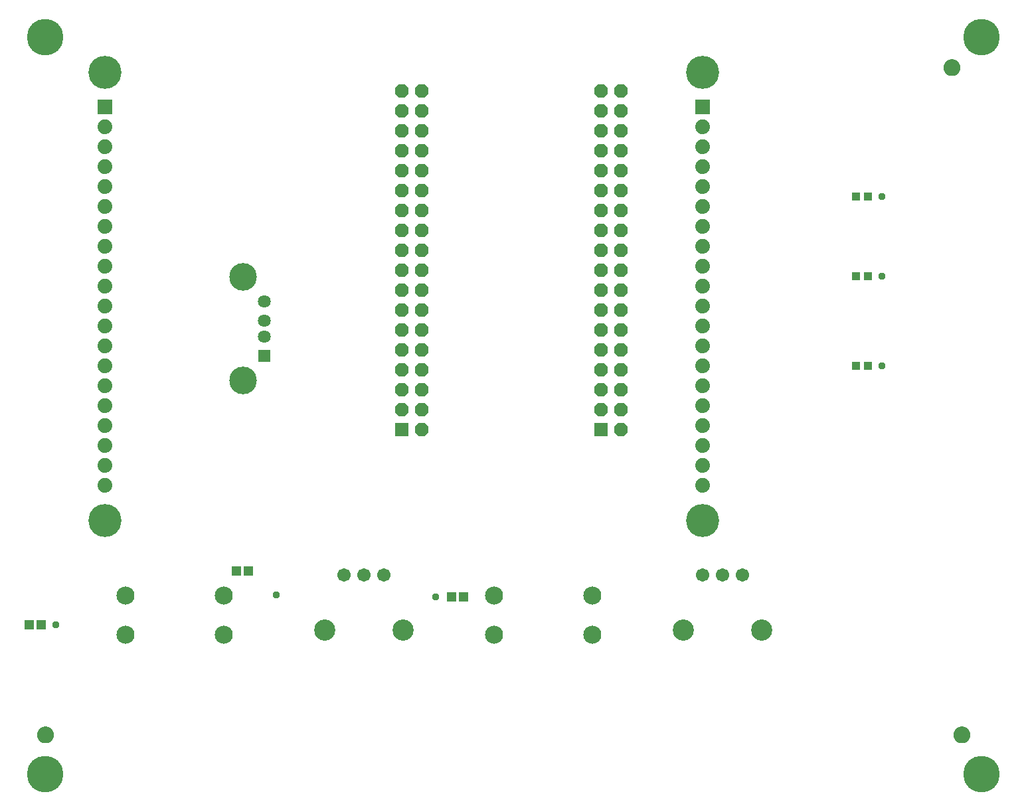
<source format=gbr>
G04 EAGLE Gerber RS-274X export*
G75*
%MOMM*%
%FSLAX34Y34*%
%LPD*%
%INSoldermask Top*%
%IPPOS*%
%AMOC8*
5,1,8,0,0,1.08239X$1,22.5*%
G01*
%ADD10R,1.727200X1.727200*%
%ADD11P,1.869504X8X112.500000*%
%ADD12R,1.879600X1.879600*%
%ADD13C,1.879600*%
%ADD14C,4.219200*%
%ADD15R,1.003200X1.003200*%
%ADD16R,1.631200X1.631200*%
%ADD17C,1.631200*%
%ADD18C,3.519200*%
%ADD19C,1.711200*%
%ADD20C,2.703200*%
%ADD21R,1.153159X1.234441*%
%ADD22C,2.303200*%
%ADD23C,0.609600*%
%ADD24C,1.219200*%
%ADD25C,4.648200*%
%ADD26C,0.959600*%


D10*
X492500Y478200D03*
D11*
X517900Y478200D03*
X492500Y503600D03*
X517900Y503600D03*
X492500Y529000D03*
X517900Y529000D03*
X492500Y554400D03*
X517900Y554400D03*
X492500Y579800D03*
X517900Y579800D03*
X492500Y605200D03*
X517900Y605200D03*
X492500Y630600D03*
X517900Y630600D03*
X492500Y656000D03*
X517900Y656000D03*
X492500Y681400D03*
X517900Y681400D03*
X492500Y706800D03*
X517900Y706800D03*
X492500Y732200D03*
X517900Y732200D03*
X492500Y757600D03*
X517900Y757600D03*
X492500Y783000D03*
X517900Y783000D03*
X492500Y808400D03*
X517900Y808400D03*
X492500Y833800D03*
X517900Y833800D03*
X492500Y859200D03*
X517900Y859200D03*
X492500Y884600D03*
X517900Y884600D03*
X492500Y910000D03*
X517900Y910000D03*
D10*
X746500Y478200D03*
D11*
X771900Y478200D03*
X746500Y503600D03*
X771900Y503600D03*
X746500Y529000D03*
X771900Y529000D03*
X746500Y554400D03*
X771900Y554400D03*
X746500Y579800D03*
X771900Y579800D03*
X746500Y605200D03*
X771900Y605200D03*
X746500Y630600D03*
X771900Y630600D03*
X746500Y656000D03*
X771900Y656000D03*
X746500Y681400D03*
X771900Y681400D03*
X746500Y706800D03*
X771900Y706800D03*
X746500Y732200D03*
X771900Y732200D03*
X746500Y757600D03*
X771900Y757600D03*
X746500Y783000D03*
X771900Y783000D03*
X746500Y808400D03*
X771900Y808400D03*
X746500Y833800D03*
X771900Y833800D03*
X746500Y859200D03*
X771900Y859200D03*
X746500Y884600D03*
X771900Y884600D03*
X746500Y910000D03*
X771900Y910000D03*
D12*
X876300Y889000D03*
D13*
X876300Y863600D03*
X876300Y838200D03*
X876300Y812800D03*
X876300Y787400D03*
X876300Y762000D03*
X876300Y736600D03*
X876300Y711200D03*
X876300Y685800D03*
X876300Y660400D03*
X876300Y635000D03*
X876300Y609600D03*
X876300Y584200D03*
X876300Y558800D03*
X876300Y533400D03*
X876300Y508000D03*
X876300Y482600D03*
X876300Y457200D03*
X876300Y431800D03*
X876300Y406400D03*
D12*
X114300Y889000D03*
D13*
X114300Y863600D03*
X114300Y838200D03*
X114300Y812800D03*
X114300Y787400D03*
X114300Y762000D03*
X114300Y736600D03*
X114300Y711200D03*
X114300Y685800D03*
X114300Y660400D03*
X114300Y635000D03*
X114300Y609600D03*
X114300Y584200D03*
X114300Y558800D03*
X114300Y533400D03*
X114300Y508000D03*
X114300Y482600D03*
X114300Y457200D03*
X114300Y431800D03*
X114300Y406400D03*
D14*
X114300Y933450D03*
X114300Y361950D03*
X876300Y933450D03*
X876300Y361950D03*
D15*
X1072000Y558800D03*
X1087000Y558800D03*
X1072000Y774700D03*
X1087000Y774700D03*
X1072000Y673100D03*
X1087000Y673100D03*
D16*
X317500Y571500D03*
D17*
X317500Y596500D03*
X317500Y616500D03*
X317500Y641500D03*
D18*
X290400Y540800D03*
X290400Y672200D03*
D19*
X469500Y292100D03*
X444500Y292100D03*
X419500Y292100D03*
D20*
X494500Y222100D03*
X394500Y222100D03*
D19*
X926700Y292100D03*
X901700Y292100D03*
X876700Y292100D03*
D20*
X951700Y222100D03*
X851700Y222100D03*
D21*
X555879Y264160D03*
X571881Y264160D03*
X297561Y297180D03*
X281559Y297180D03*
D22*
X735600Y266300D03*
X735600Y216300D03*
X610600Y216300D03*
X610600Y266300D03*
X265700Y266300D03*
X265700Y216300D03*
X140700Y216300D03*
X140700Y266300D03*
D23*
X30480Y88900D02*
X30482Y89087D01*
X30489Y89274D01*
X30501Y89461D01*
X30517Y89647D01*
X30537Y89833D01*
X30562Y90018D01*
X30592Y90203D01*
X30626Y90387D01*
X30665Y90570D01*
X30708Y90752D01*
X30756Y90932D01*
X30808Y91112D01*
X30865Y91290D01*
X30925Y91467D01*
X30991Y91642D01*
X31060Y91816D01*
X31134Y91988D01*
X31212Y92158D01*
X31294Y92326D01*
X31380Y92492D01*
X31470Y92656D01*
X31564Y92817D01*
X31662Y92977D01*
X31764Y93133D01*
X31870Y93288D01*
X31980Y93439D01*
X32093Y93588D01*
X32210Y93734D01*
X32330Y93877D01*
X32454Y94017D01*
X32581Y94154D01*
X32712Y94288D01*
X32846Y94419D01*
X32983Y94546D01*
X33123Y94670D01*
X33266Y94790D01*
X33412Y94907D01*
X33561Y95020D01*
X33712Y95130D01*
X33867Y95236D01*
X34023Y95338D01*
X34183Y95436D01*
X34344Y95530D01*
X34508Y95620D01*
X34674Y95706D01*
X34842Y95788D01*
X35012Y95866D01*
X35184Y95940D01*
X35358Y96009D01*
X35533Y96075D01*
X35710Y96135D01*
X35888Y96192D01*
X36068Y96244D01*
X36248Y96292D01*
X36430Y96335D01*
X36613Y96374D01*
X36797Y96408D01*
X36982Y96438D01*
X37167Y96463D01*
X37353Y96483D01*
X37539Y96499D01*
X37726Y96511D01*
X37913Y96518D01*
X38100Y96520D01*
X38287Y96518D01*
X38474Y96511D01*
X38661Y96499D01*
X38847Y96483D01*
X39033Y96463D01*
X39218Y96438D01*
X39403Y96408D01*
X39587Y96374D01*
X39770Y96335D01*
X39952Y96292D01*
X40132Y96244D01*
X40312Y96192D01*
X40490Y96135D01*
X40667Y96075D01*
X40842Y96009D01*
X41016Y95940D01*
X41188Y95866D01*
X41358Y95788D01*
X41526Y95706D01*
X41692Y95620D01*
X41856Y95530D01*
X42017Y95436D01*
X42177Y95338D01*
X42333Y95236D01*
X42488Y95130D01*
X42639Y95020D01*
X42788Y94907D01*
X42934Y94790D01*
X43077Y94670D01*
X43217Y94546D01*
X43354Y94419D01*
X43488Y94288D01*
X43619Y94154D01*
X43746Y94017D01*
X43870Y93877D01*
X43990Y93734D01*
X44107Y93588D01*
X44220Y93439D01*
X44330Y93288D01*
X44436Y93133D01*
X44538Y92977D01*
X44636Y92817D01*
X44730Y92656D01*
X44820Y92492D01*
X44906Y92326D01*
X44988Y92158D01*
X45066Y91988D01*
X45140Y91816D01*
X45209Y91642D01*
X45275Y91467D01*
X45335Y91290D01*
X45392Y91112D01*
X45444Y90932D01*
X45492Y90752D01*
X45535Y90570D01*
X45574Y90387D01*
X45608Y90203D01*
X45638Y90018D01*
X45663Y89833D01*
X45683Y89647D01*
X45699Y89461D01*
X45711Y89274D01*
X45718Y89087D01*
X45720Y88900D01*
X45718Y88713D01*
X45711Y88526D01*
X45699Y88339D01*
X45683Y88153D01*
X45663Y87967D01*
X45638Y87782D01*
X45608Y87597D01*
X45574Y87413D01*
X45535Y87230D01*
X45492Y87048D01*
X45444Y86868D01*
X45392Y86688D01*
X45335Y86510D01*
X45275Y86333D01*
X45209Y86158D01*
X45140Y85984D01*
X45066Y85812D01*
X44988Y85642D01*
X44906Y85474D01*
X44820Y85308D01*
X44730Y85144D01*
X44636Y84983D01*
X44538Y84823D01*
X44436Y84667D01*
X44330Y84512D01*
X44220Y84361D01*
X44107Y84212D01*
X43990Y84066D01*
X43870Y83923D01*
X43746Y83783D01*
X43619Y83646D01*
X43488Y83512D01*
X43354Y83381D01*
X43217Y83254D01*
X43077Y83130D01*
X42934Y83010D01*
X42788Y82893D01*
X42639Y82780D01*
X42488Y82670D01*
X42333Y82564D01*
X42177Y82462D01*
X42017Y82364D01*
X41856Y82270D01*
X41692Y82180D01*
X41526Y82094D01*
X41358Y82012D01*
X41188Y81934D01*
X41016Y81860D01*
X40842Y81791D01*
X40667Y81725D01*
X40490Y81665D01*
X40312Y81608D01*
X40132Y81556D01*
X39952Y81508D01*
X39770Y81465D01*
X39587Y81426D01*
X39403Y81392D01*
X39218Y81362D01*
X39033Y81337D01*
X38847Y81317D01*
X38661Y81301D01*
X38474Y81289D01*
X38287Y81282D01*
X38100Y81280D01*
X37913Y81282D01*
X37726Y81289D01*
X37539Y81301D01*
X37353Y81317D01*
X37167Y81337D01*
X36982Y81362D01*
X36797Y81392D01*
X36613Y81426D01*
X36430Y81465D01*
X36248Y81508D01*
X36068Y81556D01*
X35888Y81608D01*
X35710Y81665D01*
X35533Y81725D01*
X35358Y81791D01*
X35184Y81860D01*
X35012Y81934D01*
X34842Y82012D01*
X34674Y82094D01*
X34508Y82180D01*
X34344Y82270D01*
X34183Y82364D01*
X34023Y82462D01*
X33867Y82564D01*
X33712Y82670D01*
X33561Y82780D01*
X33412Y82893D01*
X33266Y83010D01*
X33123Y83130D01*
X32983Y83254D01*
X32846Y83381D01*
X32712Y83512D01*
X32581Y83646D01*
X32454Y83783D01*
X32330Y83923D01*
X32210Y84066D01*
X32093Y84212D01*
X31980Y84361D01*
X31870Y84512D01*
X31764Y84667D01*
X31662Y84823D01*
X31564Y84983D01*
X31470Y85144D01*
X31380Y85308D01*
X31294Y85474D01*
X31212Y85642D01*
X31134Y85812D01*
X31060Y85984D01*
X30991Y86158D01*
X30925Y86333D01*
X30865Y86510D01*
X30808Y86688D01*
X30756Y86868D01*
X30708Y87048D01*
X30665Y87230D01*
X30626Y87413D01*
X30592Y87597D01*
X30562Y87782D01*
X30537Y87967D01*
X30517Y88153D01*
X30501Y88339D01*
X30489Y88526D01*
X30482Y88713D01*
X30480Y88900D01*
D24*
X38100Y88900D03*
D23*
X1186180Y939800D02*
X1186182Y939987D01*
X1186189Y940174D01*
X1186201Y940361D01*
X1186217Y940547D01*
X1186237Y940733D01*
X1186262Y940918D01*
X1186292Y941103D01*
X1186326Y941287D01*
X1186365Y941470D01*
X1186408Y941652D01*
X1186456Y941832D01*
X1186508Y942012D01*
X1186565Y942190D01*
X1186625Y942367D01*
X1186691Y942542D01*
X1186760Y942716D01*
X1186834Y942888D01*
X1186912Y943058D01*
X1186994Y943226D01*
X1187080Y943392D01*
X1187170Y943556D01*
X1187264Y943717D01*
X1187362Y943877D01*
X1187464Y944033D01*
X1187570Y944188D01*
X1187680Y944339D01*
X1187793Y944488D01*
X1187910Y944634D01*
X1188030Y944777D01*
X1188154Y944917D01*
X1188281Y945054D01*
X1188412Y945188D01*
X1188546Y945319D01*
X1188683Y945446D01*
X1188823Y945570D01*
X1188966Y945690D01*
X1189112Y945807D01*
X1189261Y945920D01*
X1189412Y946030D01*
X1189567Y946136D01*
X1189723Y946238D01*
X1189883Y946336D01*
X1190044Y946430D01*
X1190208Y946520D01*
X1190374Y946606D01*
X1190542Y946688D01*
X1190712Y946766D01*
X1190884Y946840D01*
X1191058Y946909D01*
X1191233Y946975D01*
X1191410Y947035D01*
X1191588Y947092D01*
X1191768Y947144D01*
X1191948Y947192D01*
X1192130Y947235D01*
X1192313Y947274D01*
X1192497Y947308D01*
X1192682Y947338D01*
X1192867Y947363D01*
X1193053Y947383D01*
X1193239Y947399D01*
X1193426Y947411D01*
X1193613Y947418D01*
X1193800Y947420D01*
X1193987Y947418D01*
X1194174Y947411D01*
X1194361Y947399D01*
X1194547Y947383D01*
X1194733Y947363D01*
X1194918Y947338D01*
X1195103Y947308D01*
X1195287Y947274D01*
X1195470Y947235D01*
X1195652Y947192D01*
X1195832Y947144D01*
X1196012Y947092D01*
X1196190Y947035D01*
X1196367Y946975D01*
X1196542Y946909D01*
X1196716Y946840D01*
X1196888Y946766D01*
X1197058Y946688D01*
X1197226Y946606D01*
X1197392Y946520D01*
X1197556Y946430D01*
X1197717Y946336D01*
X1197877Y946238D01*
X1198033Y946136D01*
X1198188Y946030D01*
X1198339Y945920D01*
X1198488Y945807D01*
X1198634Y945690D01*
X1198777Y945570D01*
X1198917Y945446D01*
X1199054Y945319D01*
X1199188Y945188D01*
X1199319Y945054D01*
X1199446Y944917D01*
X1199570Y944777D01*
X1199690Y944634D01*
X1199807Y944488D01*
X1199920Y944339D01*
X1200030Y944188D01*
X1200136Y944033D01*
X1200238Y943877D01*
X1200336Y943717D01*
X1200430Y943556D01*
X1200520Y943392D01*
X1200606Y943226D01*
X1200688Y943058D01*
X1200766Y942888D01*
X1200840Y942716D01*
X1200909Y942542D01*
X1200975Y942367D01*
X1201035Y942190D01*
X1201092Y942012D01*
X1201144Y941832D01*
X1201192Y941652D01*
X1201235Y941470D01*
X1201274Y941287D01*
X1201308Y941103D01*
X1201338Y940918D01*
X1201363Y940733D01*
X1201383Y940547D01*
X1201399Y940361D01*
X1201411Y940174D01*
X1201418Y939987D01*
X1201420Y939800D01*
X1201418Y939613D01*
X1201411Y939426D01*
X1201399Y939239D01*
X1201383Y939053D01*
X1201363Y938867D01*
X1201338Y938682D01*
X1201308Y938497D01*
X1201274Y938313D01*
X1201235Y938130D01*
X1201192Y937948D01*
X1201144Y937768D01*
X1201092Y937588D01*
X1201035Y937410D01*
X1200975Y937233D01*
X1200909Y937058D01*
X1200840Y936884D01*
X1200766Y936712D01*
X1200688Y936542D01*
X1200606Y936374D01*
X1200520Y936208D01*
X1200430Y936044D01*
X1200336Y935883D01*
X1200238Y935723D01*
X1200136Y935567D01*
X1200030Y935412D01*
X1199920Y935261D01*
X1199807Y935112D01*
X1199690Y934966D01*
X1199570Y934823D01*
X1199446Y934683D01*
X1199319Y934546D01*
X1199188Y934412D01*
X1199054Y934281D01*
X1198917Y934154D01*
X1198777Y934030D01*
X1198634Y933910D01*
X1198488Y933793D01*
X1198339Y933680D01*
X1198188Y933570D01*
X1198033Y933464D01*
X1197877Y933362D01*
X1197717Y933264D01*
X1197556Y933170D01*
X1197392Y933080D01*
X1197226Y932994D01*
X1197058Y932912D01*
X1196888Y932834D01*
X1196716Y932760D01*
X1196542Y932691D01*
X1196367Y932625D01*
X1196190Y932565D01*
X1196012Y932508D01*
X1195832Y932456D01*
X1195652Y932408D01*
X1195470Y932365D01*
X1195287Y932326D01*
X1195103Y932292D01*
X1194918Y932262D01*
X1194733Y932237D01*
X1194547Y932217D01*
X1194361Y932201D01*
X1194174Y932189D01*
X1193987Y932182D01*
X1193800Y932180D01*
X1193613Y932182D01*
X1193426Y932189D01*
X1193239Y932201D01*
X1193053Y932217D01*
X1192867Y932237D01*
X1192682Y932262D01*
X1192497Y932292D01*
X1192313Y932326D01*
X1192130Y932365D01*
X1191948Y932408D01*
X1191768Y932456D01*
X1191588Y932508D01*
X1191410Y932565D01*
X1191233Y932625D01*
X1191058Y932691D01*
X1190884Y932760D01*
X1190712Y932834D01*
X1190542Y932912D01*
X1190374Y932994D01*
X1190208Y933080D01*
X1190044Y933170D01*
X1189883Y933264D01*
X1189723Y933362D01*
X1189567Y933464D01*
X1189412Y933570D01*
X1189261Y933680D01*
X1189112Y933793D01*
X1188966Y933910D01*
X1188823Y934030D01*
X1188683Y934154D01*
X1188546Y934281D01*
X1188412Y934412D01*
X1188281Y934546D01*
X1188154Y934683D01*
X1188030Y934823D01*
X1187910Y934966D01*
X1187793Y935112D01*
X1187680Y935261D01*
X1187570Y935412D01*
X1187464Y935567D01*
X1187362Y935723D01*
X1187264Y935883D01*
X1187170Y936044D01*
X1187080Y936208D01*
X1186994Y936374D01*
X1186912Y936542D01*
X1186834Y936712D01*
X1186760Y936884D01*
X1186691Y937058D01*
X1186625Y937233D01*
X1186565Y937410D01*
X1186508Y937588D01*
X1186456Y937768D01*
X1186408Y937948D01*
X1186365Y938130D01*
X1186326Y938313D01*
X1186292Y938497D01*
X1186262Y938682D01*
X1186237Y938867D01*
X1186217Y939053D01*
X1186201Y939239D01*
X1186189Y939426D01*
X1186182Y939613D01*
X1186180Y939800D01*
D24*
X1193800Y939800D03*
D23*
X1198880Y88900D02*
X1198882Y89087D01*
X1198889Y89274D01*
X1198901Y89461D01*
X1198917Y89647D01*
X1198937Y89833D01*
X1198962Y90018D01*
X1198992Y90203D01*
X1199026Y90387D01*
X1199065Y90570D01*
X1199108Y90752D01*
X1199156Y90932D01*
X1199208Y91112D01*
X1199265Y91290D01*
X1199325Y91467D01*
X1199391Y91642D01*
X1199460Y91816D01*
X1199534Y91988D01*
X1199612Y92158D01*
X1199694Y92326D01*
X1199780Y92492D01*
X1199870Y92656D01*
X1199964Y92817D01*
X1200062Y92977D01*
X1200164Y93133D01*
X1200270Y93288D01*
X1200380Y93439D01*
X1200493Y93588D01*
X1200610Y93734D01*
X1200730Y93877D01*
X1200854Y94017D01*
X1200981Y94154D01*
X1201112Y94288D01*
X1201246Y94419D01*
X1201383Y94546D01*
X1201523Y94670D01*
X1201666Y94790D01*
X1201812Y94907D01*
X1201961Y95020D01*
X1202112Y95130D01*
X1202267Y95236D01*
X1202423Y95338D01*
X1202583Y95436D01*
X1202744Y95530D01*
X1202908Y95620D01*
X1203074Y95706D01*
X1203242Y95788D01*
X1203412Y95866D01*
X1203584Y95940D01*
X1203758Y96009D01*
X1203933Y96075D01*
X1204110Y96135D01*
X1204288Y96192D01*
X1204468Y96244D01*
X1204648Y96292D01*
X1204830Y96335D01*
X1205013Y96374D01*
X1205197Y96408D01*
X1205382Y96438D01*
X1205567Y96463D01*
X1205753Y96483D01*
X1205939Y96499D01*
X1206126Y96511D01*
X1206313Y96518D01*
X1206500Y96520D01*
X1206687Y96518D01*
X1206874Y96511D01*
X1207061Y96499D01*
X1207247Y96483D01*
X1207433Y96463D01*
X1207618Y96438D01*
X1207803Y96408D01*
X1207987Y96374D01*
X1208170Y96335D01*
X1208352Y96292D01*
X1208532Y96244D01*
X1208712Y96192D01*
X1208890Y96135D01*
X1209067Y96075D01*
X1209242Y96009D01*
X1209416Y95940D01*
X1209588Y95866D01*
X1209758Y95788D01*
X1209926Y95706D01*
X1210092Y95620D01*
X1210256Y95530D01*
X1210417Y95436D01*
X1210577Y95338D01*
X1210733Y95236D01*
X1210888Y95130D01*
X1211039Y95020D01*
X1211188Y94907D01*
X1211334Y94790D01*
X1211477Y94670D01*
X1211617Y94546D01*
X1211754Y94419D01*
X1211888Y94288D01*
X1212019Y94154D01*
X1212146Y94017D01*
X1212270Y93877D01*
X1212390Y93734D01*
X1212507Y93588D01*
X1212620Y93439D01*
X1212730Y93288D01*
X1212836Y93133D01*
X1212938Y92977D01*
X1213036Y92817D01*
X1213130Y92656D01*
X1213220Y92492D01*
X1213306Y92326D01*
X1213388Y92158D01*
X1213466Y91988D01*
X1213540Y91816D01*
X1213609Y91642D01*
X1213675Y91467D01*
X1213735Y91290D01*
X1213792Y91112D01*
X1213844Y90932D01*
X1213892Y90752D01*
X1213935Y90570D01*
X1213974Y90387D01*
X1214008Y90203D01*
X1214038Y90018D01*
X1214063Y89833D01*
X1214083Y89647D01*
X1214099Y89461D01*
X1214111Y89274D01*
X1214118Y89087D01*
X1214120Y88900D01*
X1214118Y88713D01*
X1214111Y88526D01*
X1214099Y88339D01*
X1214083Y88153D01*
X1214063Y87967D01*
X1214038Y87782D01*
X1214008Y87597D01*
X1213974Y87413D01*
X1213935Y87230D01*
X1213892Y87048D01*
X1213844Y86868D01*
X1213792Y86688D01*
X1213735Y86510D01*
X1213675Y86333D01*
X1213609Y86158D01*
X1213540Y85984D01*
X1213466Y85812D01*
X1213388Y85642D01*
X1213306Y85474D01*
X1213220Y85308D01*
X1213130Y85144D01*
X1213036Y84983D01*
X1212938Y84823D01*
X1212836Y84667D01*
X1212730Y84512D01*
X1212620Y84361D01*
X1212507Y84212D01*
X1212390Y84066D01*
X1212270Y83923D01*
X1212146Y83783D01*
X1212019Y83646D01*
X1211888Y83512D01*
X1211754Y83381D01*
X1211617Y83254D01*
X1211477Y83130D01*
X1211334Y83010D01*
X1211188Y82893D01*
X1211039Y82780D01*
X1210888Y82670D01*
X1210733Y82564D01*
X1210577Y82462D01*
X1210417Y82364D01*
X1210256Y82270D01*
X1210092Y82180D01*
X1209926Y82094D01*
X1209758Y82012D01*
X1209588Y81934D01*
X1209416Y81860D01*
X1209242Y81791D01*
X1209067Y81725D01*
X1208890Y81665D01*
X1208712Y81608D01*
X1208532Y81556D01*
X1208352Y81508D01*
X1208170Y81465D01*
X1207987Y81426D01*
X1207803Y81392D01*
X1207618Y81362D01*
X1207433Y81337D01*
X1207247Y81317D01*
X1207061Y81301D01*
X1206874Y81289D01*
X1206687Y81282D01*
X1206500Y81280D01*
X1206313Y81282D01*
X1206126Y81289D01*
X1205939Y81301D01*
X1205753Y81317D01*
X1205567Y81337D01*
X1205382Y81362D01*
X1205197Y81392D01*
X1205013Y81426D01*
X1204830Y81465D01*
X1204648Y81508D01*
X1204468Y81556D01*
X1204288Y81608D01*
X1204110Y81665D01*
X1203933Y81725D01*
X1203758Y81791D01*
X1203584Y81860D01*
X1203412Y81934D01*
X1203242Y82012D01*
X1203074Y82094D01*
X1202908Y82180D01*
X1202744Y82270D01*
X1202583Y82364D01*
X1202423Y82462D01*
X1202267Y82564D01*
X1202112Y82670D01*
X1201961Y82780D01*
X1201812Y82893D01*
X1201666Y83010D01*
X1201523Y83130D01*
X1201383Y83254D01*
X1201246Y83381D01*
X1201112Y83512D01*
X1200981Y83646D01*
X1200854Y83783D01*
X1200730Y83923D01*
X1200610Y84066D01*
X1200493Y84212D01*
X1200380Y84361D01*
X1200270Y84512D01*
X1200164Y84667D01*
X1200062Y84823D01*
X1199964Y84983D01*
X1199870Y85144D01*
X1199780Y85308D01*
X1199694Y85474D01*
X1199612Y85642D01*
X1199534Y85812D01*
X1199460Y85984D01*
X1199391Y86158D01*
X1199325Y86333D01*
X1199265Y86510D01*
X1199208Y86688D01*
X1199156Y86868D01*
X1199108Y87048D01*
X1199065Y87230D01*
X1199026Y87413D01*
X1198992Y87597D01*
X1198962Y87782D01*
X1198937Y87967D01*
X1198917Y88153D01*
X1198901Y88339D01*
X1198889Y88526D01*
X1198882Y88713D01*
X1198880Y88900D01*
D24*
X1206500Y88900D03*
D21*
X33401Y228600D03*
X17399Y228600D03*
D25*
X38100Y977900D03*
X1231900Y977900D03*
X1231900Y38100D03*
X38100Y38100D03*
D26*
X1104900Y673100D03*
X1104900Y774700D03*
X1104900Y558800D03*
X52042Y228600D03*
X332740Y266700D03*
X535940Y264160D03*
M02*

</source>
